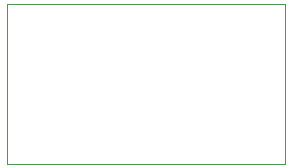
<source format=gm1>
G04 #@! TF.GenerationSoftware,KiCad,Pcbnew,6.0.0-rc1-unknown-6d2dfbb~65~ubuntu18.04.1*
G04 #@! TF.CreationDate,2018-07-21T00:59:14-07:00*
G04 #@! TF.ProjectId,ZProbe,5A50726F62652E6B696361645F706362,rev?*
G04 #@! TF.SameCoordinates,Original*
G04 #@! TF.FileFunction,Profile,NP*
%FSLAX46Y46*%
G04 Gerber Fmt 4.6, Leading zero omitted, Abs format (unit mm)*
G04 Created by KiCad (PCBNEW 6.0.0-rc1-unknown-6d2dfbb~65~ubuntu18.04.1) date Sat Jul 21 00:59:14 2018*
%MOMM*%
%LPD*%
G01*
G04 APERTURE LIST*
%ADD10C,0.050000*%
G04 APERTURE END LIST*
D10*
X85000000Y-59500000D02*
X85000000Y-46000000D01*
X108500000Y-59500000D02*
X85000000Y-59500000D01*
X108500000Y-46000000D02*
X108500000Y-59500000D01*
X85000000Y-46000000D02*
X108500000Y-46000000D01*
M02*

</source>
